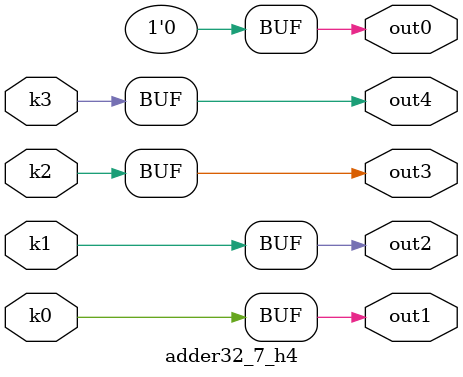
<source format=v>
module adder32_7(pi0, pi1, pi2, pi3, pi4, pi5, pi6, pi7, po0, po1, po2, po3, po4);
input pi0, pi1, pi2, pi3, pi4, pi5, pi6, pi7;
output po0, po1, po2, po3, po4;
wire k0, k1, k2, k3;
adder32_7_w4 DUT1 (pi0, pi1, pi2, pi3, pi4, pi5, pi6, pi7, k0, k1, k2, k3);
adder32_7_h4 DUT2 (k0, k1, k2, k3, po0, po1, po2, po3, po4);
endmodule

module adder32_7_w4(in7, in6, in5, in4, in3, in2, in1, in0, k3, k2, k1, k0);
input in7, in6, in5, in4, in3, in2, in1, in0;
output k3, k2, k1, k0;
assign k0 =   (((~in7 & (~in4 | ~in1)) | (~in4 & ~in1)) & (~in5 | ~in2) & (~in6 | ~in3)) | (~in6 & ~in3 & (~in5 | ~in2)) | (~in5 & ~in2);
assign k1 =   ((in5 ^ in2) & (((in6 | in3) & (((in7 | in4) & (in1 | in0)) | (in7 & in4))) | (in6 & in3))) | ((~in6 | ~in3) & ((~in7 & ~in4) | (~in1 & ~in0 & (~in7 | ~in4))) & (~in5 ^ in2)) | (~in6 & ~in3 & (~in5 ^ in2));
assign k2 =   ((~in6 ^ in3) & (((in7 | in4) & (in1 | in0)) | (in7 & in4))) | (((~in7 & ~in4) | (~in1 & ~in0 & (~in7 | ~in4))) & (in6 ^ in3));
assign k3 =   ((in7 ^ in4) & (in1 | in0)) | (~in1 & ~in0 & (~in7 ^ in4));
endmodule

module adder32_7_h4(k3, k2, k1, k0, out4, out3, out2, out1, out0);
input k3, k2, k1, k0;
output out4, out3, out2, out1, out0;
assign out0 = 0;
assign out1 = k0;
assign out2 = k1;
assign out3 = k2;
assign out4 = k3;
endmodule

</source>
